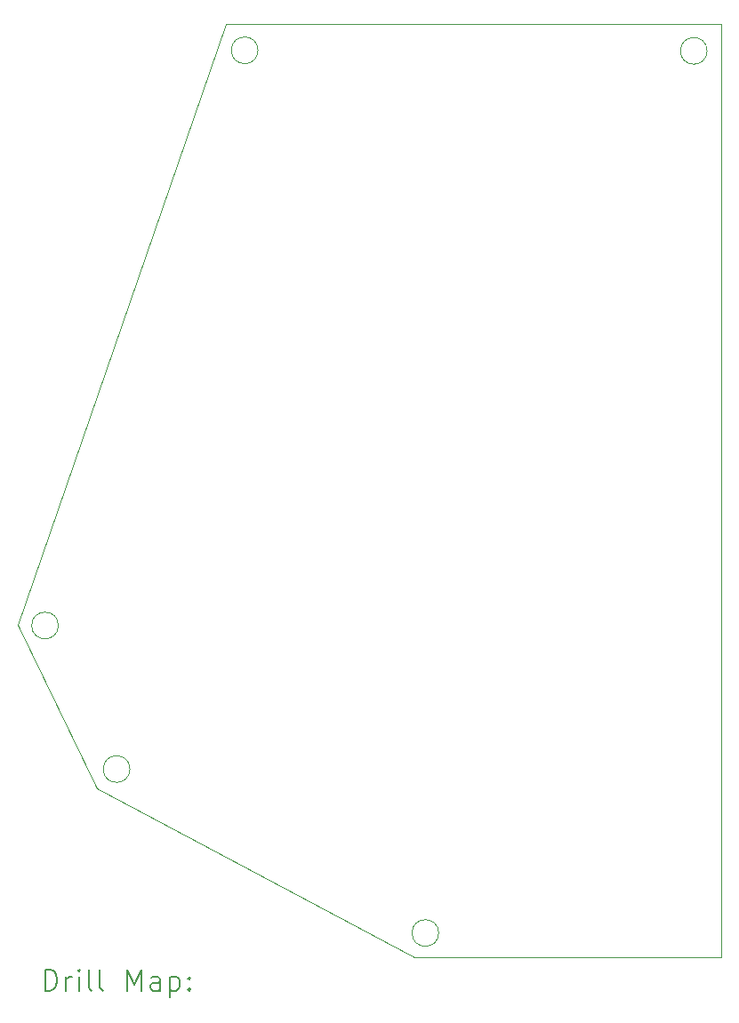
<source format=gbr>
%TF.GenerationSoftware,KiCad,Pcbnew,8.0.0*%
%TF.CreationDate,2024-11-02T12:10:50-04:00*%
%TF.ProjectId,PCB_Draft_2,5043425f-4472-4616-9674-5f322e6b6963,rev?*%
%TF.SameCoordinates,Original*%
%TF.FileFunction,Drillmap*%
%TF.FilePolarity,Positive*%
%FSLAX45Y45*%
G04 Gerber Fmt 4.5, Leading zero omitted, Abs format (unit mm)*
G04 Created by KiCad (PCBNEW 8.0.0) date 2024-11-02 12:10:50*
%MOMM*%
%LPD*%
G01*
G04 APERTURE LIST*
%ADD10C,0.050000*%
%ADD11C,0.200000*%
G04 APERTURE END LIST*
D10*
X8481881Y-13324832D02*
G75*
G02*
X8227881Y-13324832I-127000J0D01*
G01*
X8227881Y-13324832D02*
G75*
G02*
X8481881Y-13324832I127000J0D01*
G01*
X6460000Y-4669279D02*
X4475710Y-10391604D01*
X6460000Y-4669279D02*
X11176000Y-4669279D01*
X11037610Y-4921797D02*
G75*
G02*
X10783610Y-4921797I-127000J0D01*
G01*
X10783610Y-4921797D02*
G75*
G02*
X11037610Y-4921797I127000J0D01*
G01*
X11176000Y-13559279D02*
X8255000Y-13559279D01*
X11176000Y-4669279D02*
X11176000Y-13559279D01*
X8254719Y-13559564D02*
X5232400Y-11943279D01*
X4475710Y-10391604D02*
X5232400Y-11943279D01*
X4861002Y-10395332D02*
G75*
G02*
X4607002Y-10395332I-127000J0D01*
G01*
X4607002Y-10395332D02*
G75*
G02*
X4861002Y-10395332I127000J0D01*
G01*
X5542291Y-11763036D02*
G75*
G02*
X5288291Y-11763036I-127000J0D01*
G01*
X5288291Y-11763036D02*
G75*
G02*
X5542291Y-11763036I127000J0D01*
G01*
X6761694Y-4916289D02*
G75*
G02*
X6507694Y-4916289I-127000J0D01*
G01*
X6507694Y-4916289D02*
G75*
G02*
X6761694Y-4916289I127000J0D01*
G01*
D11*
X4733987Y-13873548D02*
X4733987Y-13673548D01*
X4733987Y-13673548D02*
X4781606Y-13673548D01*
X4781606Y-13673548D02*
X4810177Y-13683071D01*
X4810177Y-13683071D02*
X4829225Y-13702119D01*
X4829225Y-13702119D02*
X4838749Y-13721167D01*
X4838749Y-13721167D02*
X4848272Y-13759262D01*
X4848272Y-13759262D02*
X4848272Y-13787833D01*
X4848272Y-13787833D02*
X4838749Y-13825929D01*
X4838749Y-13825929D02*
X4829225Y-13844976D01*
X4829225Y-13844976D02*
X4810177Y-13864024D01*
X4810177Y-13864024D02*
X4781606Y-13873548D01*
X4781606Y-13873548D02*
X4733987Y-13873548D01*
X4933987Y-13873548D02*
X4933987Y-13740214D01*
X4933987Y-13778310D02*
X4943511Y-13759262D01*
X4943511Y-13759262D02*
X4953034Y-13749738D01*
X4953034Y-13749738D02*
X4972082Y-13740214D01*
X4972082Y-13740214D02*
X4991130Y-13740214D01*
X5057796Y-13873548D02*
X5057796Y-13740214D01*
X5057796Y-13673548D02*
X5048272Y-13683071D01*
X5048272Y-13683071D02*
X5057796Y-13692595D01*
X5057796Y-13692595D02*
X5067320Y-13683071D01*
X5067320Y-13683071D02*
X5057796Y-13673548D01*
X5057796Y-13673548D02*
X5057796Y-13692595D01*
X5181606Y-13873548D02*
X5162558Y-13864024D01*
X5162558Y-13864024D02*
X5153034Y-13844976D01*
X5153034Y-13844976D02*
X5153034Y-13673548D01*
X5286368Y-13873548D02*
X5267320Y-13864024D01*
X5267320Y-13864024D02*
X5257796Y-13844976D01*
X5257796Y-13844976D02*
X5257796Y-13673548D01*
X5514939Y-13873548D02*
X5514939Y-13673548D01*
X5514939Y-13673548D02*
X5581606Y-13816405D01*
X5581606Y-13816405D02*
X5648272Y-13673548D01*
X5648272Y-13673548D02*
X5648272Y-13873548D01*
X5829225Y-13873548D02*
X5829225Y-13768786D01*
X5829225Y-13768786D02*
X5819701Y-13749738D01*
X5819701Y-13749738D02*
X5800653Y-13740214D01*
X5800653Y-13740214D02*
X5762558Y-13740214D01*
X5762558Y-13740214D02*
X5743510Y-13749738D01*
X5829225Y-13864024D02*
X5810177Y-13873548D01*
X5810177Y-13873548D02*
X5762558Y-13873548D01*
X5762558Y-13873548D02*
X5743510Y-13864024D01*
X5743510Y-13864024D02*
X5733987Y-13844976D01*
X5733987Y-13844976D02*
X5733987Y-13825929D01*
X5733987Y-13825929D02*
X5743510Y-13806881D01*
X5743510Y-13806881D02*
X5762558Y-13797357D01*
X5762558Y-13797357D02*
X5810177Y-13797357D01*
X5810177Y-13797357D02*
X5829225Y-13787833D01*
X5924463Y-13740214D02*
X5924463Y-13940214D01*
X5924463Y-13749738D02*
X5943510Y-13740214D01*
X5943510Y-13740214D02*
X5981606Y-13740214D01*
X5981606Y-13740214D02*
X6000653Y-13749738D01*
X6000653Y-13749738D02*
X6010177Y-13759262D01*
X6010177Y-13759262D02*
X6019701Y-13778310D01*
X6019701Y-13778310D02*
X6019701Y-13835452D01*
X6019701Y-13835452D02*
X6010177Y-13854500D01*
X6010177Y-13854500D02*
X6000653Y-13864024D01*
X6000653Y-13864024D02*
X5981606Y-13873548D01*
X5981606Y-13873548D02*
X5943510Y-13873548D01*
X5943510Y-13873548D02*
X5924463Y-13864024D01*
X6105415Y-13854500D02*
X6114939Y-13864024D01*
X6114939Y-13864024D02*
X6105415Y-13873548D01*
X6105415Y-13873548D02*
X6095891Y-13864024D01*
X6095891Y-13864024D02*
X6105415Y-13854500D01*
X6105415Y-13854500D02*
X6105415Y-13873548D01*
X6105415Y-13749738D02*
X6114939Y-13759262D01*
X6114939Y-13759262D02*
X6105415Y-13768786D01*
X6105415Y-13768786D02*
X6095891Y-13759262D01*
X6095891Y-13759262D02*
X6105415Y-13749738D01*
X6105415Y-13749738D02*
X6105415Y-13768786D01*
M02*

</source>
